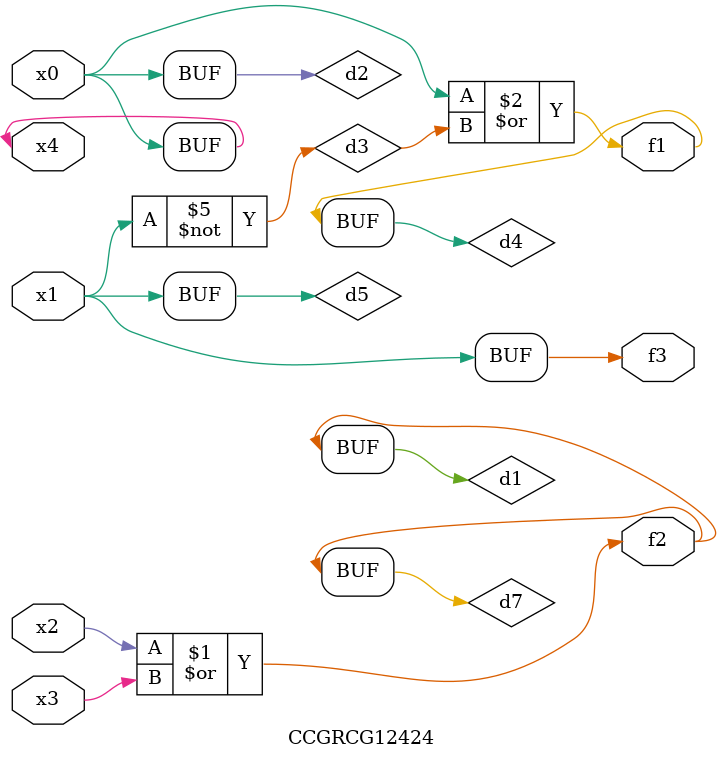
<source format=v>
module CCGRCG12424(
	input x0, x1, x2, x3, x4,
	output f1, f2, f3
);

	wire d1, d2, d3, d4, d5, d6, d7;

	or (d1, x2, x3);
	buf (d2, x0, x4);
	not (d3, x1);
	or (d4, d2, d3);
	not (d5, d3);
	nand (d6, d1, d3);
	or (d7, d1);
	assign f1 = d4;
	assign f2 = d7;
	assign f3 = d5;
endmodule

</source>
